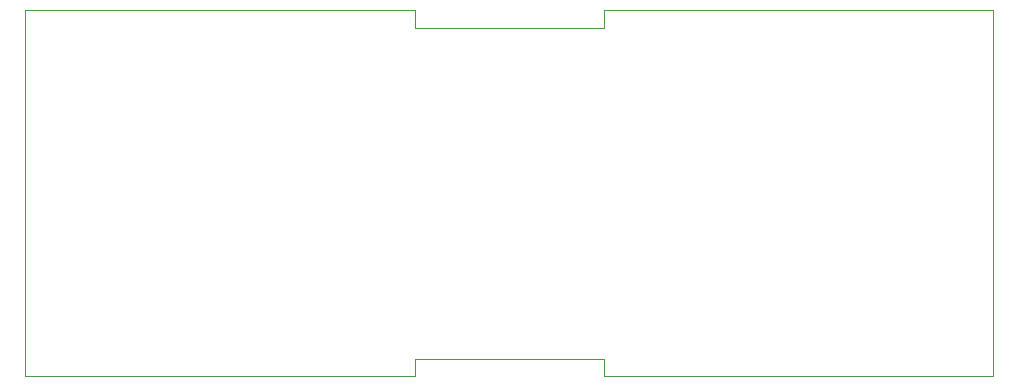
<source format=gbr>
%TF.GenerationSoftware,KiCad,Pcbnew,6.0.11-2627ca5db0~126~ubuntu20.04.1*%
%TF.CreationDate,2024-09-22T13:49:42-05:00*%
%TF.ProjectId,modbus_rtu_mirror_base_88x37x59mm,6d6f6462-7573-45f7-9274-755f6d697272,rev?*%
%TF.SameCoordinates,Original*%
%TF.FileFunction,Paste,Bot*%
%TF.FilePolarity,Positive*%
%FSLAX46Y46*%
G04 Gerber Fmt 4.6, Leading zero omitted, Abs format (unit mm)*
G04 Created by KiCad (PCBNEW 6.0.11-2627ca5db0~126~ubuntu20.04.1) date 2024-09-22 13:49:42*
%MOMM*%
%LPD*%
G01*
G04 APERTURE LIST*
%TA.AperFunction,Profile*%
%ADD10C,0.100000*%
%TD*%
G04 APERTURE END LIST*
D10*
X133000000Y-101500000D02*
X149000000Y-101500000D01*
X149000000Y-131000000D02*
X149000000Y-129500000D01*
X149000000Y-100000000D02*
X149000000Y-101500000D01*
X133000000Y-129500000D02*
X149000000Y-129500000D01*
X100000000Y-100000000D02*
X100000000Y-131000000D01*
X100000000Y-131000000D02*
X133000000Y-131000000D01*
X182000000Y-100000000D02*
X182000000Y-131000000D01*
X149000000Y-131000000D02*
X182000000Y-131000000D01*
X100000000Y-100000000D02*
X133000000Y-100000000D01*
X133000000Y-100000000D02*
X133000000Y-101500000D01*
X133000000Y-131000000D02*
X133000000Y-129500000D01*
X149000000Y-100000000D02*
X182000000Y-100000000D01*
M02*

</source>
